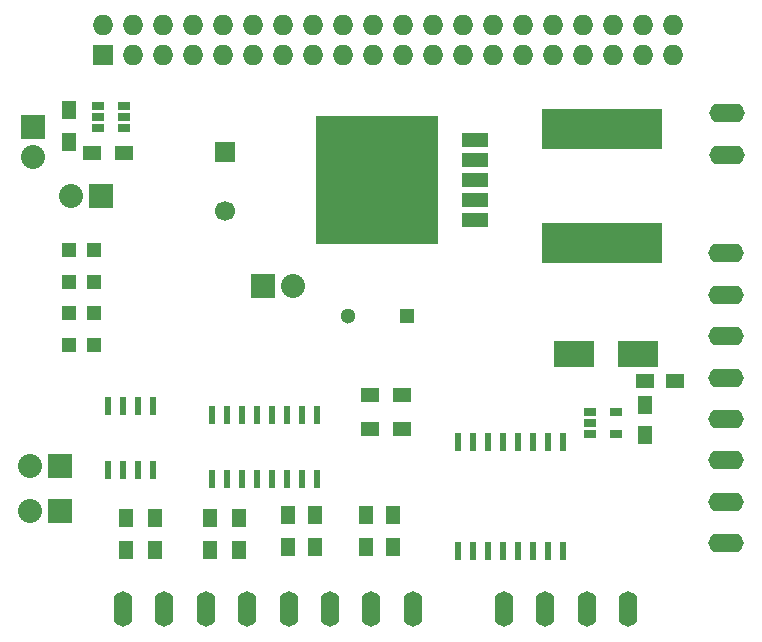
<source format=gts>
G04 #@! TF.FileFunction,Soldermask,Top*
%FSLAX46Y46*%
G04 Gerber Fmt 4.6, Leading zero omitted, Abs format (unit mm)*
G04 Created by KiCad (PCBNEW (2015-06-25 BZR 5821)-product) date Thu 25 Jun 2015 01:48:58 PM EDT*
%MOMM*%
G01*
G04 APERTURE LIST*
%ADD10C,0.200000*%
%ADD11R,1.500000X1.300000*%
%ADD12R,10.200000X3.500000*%
%ADD13C,1.700000*%
%ADD14R,1.700000X1.700000*%
%ADD15R,1.300000X1.300000*%
%ADD16C,1.300000*%
%ADD17R,1.500000X1.250000*%
%ADD18R,1.250000X1.500000*%
%ADD19R,1.198880X1.198880*%
%ADD20R,3.500120X2.301240*%
%ADD21O,3.000000X1.600000*%
%ADD22R,1.727200X1.727200*%
%ADD23O,1.727200X1.727200*%
%ADD24R,2.032000X2.032000*%
%ADD25O,2.032000X2.032000*%
%ADD26R,1.060000X0.650000*%
%ADD27R,1.300000X1.500000*%
%ADD28R,2.286000X1.143000*%
%ADD29R,10.410000X10.800000*%
%ADD30R,0.600000X1.500000*%
%ADD31R,0.600000X1.550000*%
%ADD32O,1.600000X3.000000*%
G04 APERTURE END LIST*
D10*
D11*
X62750000Y-57900000D03*
X60050000Y-57900000D03*
D12*
X79629000Y-42188000D03*
X79629000Y-32488000D03*
D13*
X47752000Y-39497000D03*
D14*
X47752000Y-34497000D03*
D15*
X63119000Y-48387000D03*
D16*
X58119000Y-48387000D03*
D17*
X83332000Y-53848000D03*
X85832000Y-53848000D03*
D18*
X83312000Y-58400000D03*
X83312000Y-55900000D03*
D19*
X36630020Y-42758000D03*
X34531980Y-42758000D03*
X36630020Y-45425000D03*
X34531980Y-45425000D03*
X36630020Y-48092000D03*
X34531980Y-48092000D03*
X36630020Y-50759000D03*
X34531980Y-50759000D03*
D20*
X77309980Y-51562000D03*
X82710020Y-51562000D03*
D21*
X90200000Y-31200000D03*
X90200000Y-34700000D03*
D22*
X37370000Y-26270000D03*
D23*
X37370000Y-23730000D03*
X39910000Y-26270000D03*
X39910000Y-23730000D03*
X42450000Y-26270000D03*
X42450000Y-23730000D03*
X44990000Y-26270000D03*
X44990000Y-23730000D03*
X47530000Y-26270000D03*
X47530000Y-23730000D03*
X50070000Y-26270000D03*
X50070000Y-23730000D03*
X52610000Y-26270000D03*
X52610000Y-23730000D03*
X55150000Y-26270000D03*
X55150000Y-23730000D03*
X57690000Y-26270000D03*
X57690000Y-23730000D03*
X60230000Y-26270000D03*
X60230000Y-23730000D03*
X62770000Y-26270000D03*
X62770000Y-23730000D03*
X65310000Y-26270000D03*
X65310000Y-23730000D03*
X67850000Y-26270000D03*
X67850000Y-23730000D03*
X70390000Y-26270000D03*
X70390000Y-23730000D03*
X72930000Y-26270000D03*
X72930000Y-23730000D03*
X75470000Y-26270000D03*
X75470000Y-23730000D03*
X78010000Y-26270000D03*
X78010000Y-23730000D03*
X80550000Y-26270000D03*
X80550000Y-23730000D03*
X83090000Y-26270000D03*
X83090000Y-23730000D03*
X85630000Y-26270000D03*
X85630000Y-23730000D03*
D24*
X33782000Y-61087000D03*
D25*
X31242000Y-61087000D03*
D26*
X37000000Y-30546000D03*
X37000000Y-31496000D03*
X37000000Y-32446000D03*
X39200000Y-32446000D03*
X39200000Y-30546000D03*
X39200000Y-31496000D03*
D27*
X34544000Y-30908000D03*
X34544000Y-33608000D03*
D11*
X39196000Y-34544000D03*
X36496000Y-34544000D03*
D27*
X39370000Y-68152000D03*
X39370000Y-65452000D03*
X46482000Y-68152000D03*
X46482000Y-65452000D03*
X53086000Y-67898000D03*
X53086000Y-65198000D03*
X59690000Y-67898000D03*
X59690000Y-65198000D03*
X41783000Y-65452000D03*
X41783000Y-68152000D03*
X48895000Y-65452000D03*
X48895000Y-68152000D03*
X55372000Y-65198000D03*
X55372000Y-67898000D03*
X61976000Y-65198000D03*
X61976000Y-67898000D03*
D11*
X60050000Y-55000000D03*
X62750000Y-55000000D03*
D24*
X50927000Y-45847000D03*
D25*
X53467000Y-45847000D03*
D24*
X37211000Y-38227000D03*
D25*
X34671000Y-38227000D03*
D24*
X31496000Y-32385000D03*
D25*
X31496000Y-34925000D03*
D24*
X33782000Y-64897000D03*
D25*
X31242000Y-64897000D03*
D28*
X68904000Y-38529260D03*
D29*
X60579000Y-36830000D03*
D28*
X68904000Y-35130740D03*
X68904000Y-36830000D03*
X68904000Y-40231060D03*
X68904000Y-33428940D03*
D26*
X78656000Y-56454000D03*
X78656000Y-57404000D03*
X78656000Y-58354000D03*
X80856000Y-58354000D03*
X80856000Y-56454000D03*
D30*
X46609000Y-62136000D03*
X47879000Y-62136000D03*
X49149000Y-62136000D03*
X50419000Y-62136000D03*
X51689000Y-62136000D03*
X52959000Y-62136000D03*
X54229000Y-62136000D03*
X55499000Y-62136000D03*
X55499000Y-56736000D03*
X54229000Y-56736000D03*
X52959000Y-56736000D03*
X51689000Y-56736000D03*
X50419000Y-56736000D03*
X49149000Y-56736000D03*
X47879000Y-56736000D03*
X46609000Y-56736000D03*
D31*
X37846000Y-61374000D03*
X39116000Y-61374000D03*
X40386000Y-61374000D03*
X41656000Y-61374000D03*
X41656000Y-55974000D03*
X40386000Y-55974000D03*
X39116000Y-55974000D03*
X37846000Y-55974000D03*
D30*
X76327000Y-58977000D03*
X75057000Y-58977000D03*
X73787000Y-58977000D03*
X72517000Y-58977000D03*
X71247000Y-58977000D03*
X69977000Y-58977000D03*
X68707000Y-58977000D03*
X67437000Y-58977000D03*
X67437000Y-68277000D03*
X68707000Y-68277000D03*
X69977000Y-68277000D03*
X71247000Y-68277000D03*
X72517000Y-68277000D03*
X73787000Y-68277000D03*
X75057000Y-68277000D03*
X76327000Y-68277000D03*
D21*
X90170000Y-57053000D03*
X90170000Y-60553000D03*
X90170000Y-64053000D03*
X90170000Y-67553000D03*
X90170000Y-53553000D03*
X90170000Y-50053000D03*
X90170000Y-46553000D03*
X90170000Y-43053000D03*
D32*
X53116000Y-73152000D03*
X56616000Y-73152000D03*
X60116000Y-73152000D03*
X63616000Y-73152000D03*
X49616000Y-73152000D03*
X46116000Y-73152000D03*
X42616000Y-73152000D03*
X39116000Y-73152000D03*
X71359000Y-73152000D03*
X74859000Y-73152000D03*
X78359000Y-73152000D03*
X81859000Y-73152000D03*
M02*

</source>
